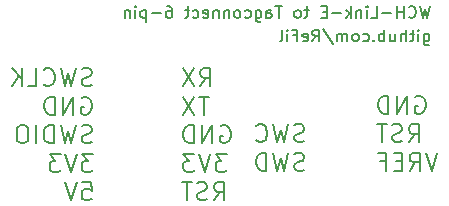
<source format=gbr>
%TF.GenerationSoftware,KiCad,Pcbnew,8.0.5-8.0.5-0~ubuntu20.04.1*%
%TF.CreationDate,2025-01-24T13:48:23+00:00*%
%TF.ProjectId,wchlinke-tagconnect,7763686c-696e-46b6-952d-746167636f6e,rev?*%
%TF.SameCoordinates,Original*%
%TF.FileFunction,Legend,Bot*%
%TF.FilePolarity,Positive*%
%FSLAX46Y46*%
G04 Gerber Fmt 4.6, Leading zero omitted, Abs format (unit mm)*
G04 Created by KiCad (PCBNEW 8.0.5-8.0.5-0~ubuntu20.04.1) date 2025-01-24 13:48:23*
%MOMM*%
%LPD*%
G01*
G04 APERTURE LIST*
%ADD10C,0.150000*%
G04 APERTURE END LIST*
D10*
X41812969Y-35648964D02*
X42312969Y-34934678D01*
X42670112Y-35648964D02*
X42670112Y-34148964D01*
X42670112Y-34148964D02*
X42098683Y-34148964D01*
X42098683Y-34148964D02*
X41955826Y-34220393D01*
X41955826Y-34220393D02*
X41884397Y-34291821D01*
X41884397Y-34291821D02*
X41812969Y-34434678D01*
X41812969Y-34434678D02*
X41812969Y-34648964D01*
X41812969Y-34648964D02*
X41884397Y-34791821D01*
X41884397Y-34791821D02*
X41955826Y-34863250D01*
X41955826Y-34863250D02*
X42098683Y-34934678D01*
X42098683Y-34934678D02*
X42670112Y-34934678D01*
X41312969Y-34148964D02*
X40312969Y-35648964D01*
X40312969Y-34148964D02*
X41312969Y-35648964D01*
X42527254Y-36563880D02*
X41670112Y-36563880D01*
X42098683Y-38063880D02*
X42098683Y-36563880D01*
X41312969Y-36563880D02*
X40312969Y-38063880D01*
X40312969Y-36563880D02*
X41312969Y-38063880D01*
X43527255Y-39050225D02*
X43670113Y-38978796D01*
X43670113Y-38978796D02*
X43884398Y-38978796D01*
X43884398Y-38978796D02*
X44098684Y-39050225D01*
X44098684Y-39050225D02*
X44241541Y-39193082D01*
X44241541Y-39193082D02*
X44312970Y-39335939D01*
X44312970Y-39335939D02*
X44384398Y-39621653D01*
X44384398Y-39621653D02*
X44384398Y-39835939D01*
X44384398Y-39835939D02*
X44312970Y-40121653D01*
X44312970Y-40121653D02*
X44241541Y-40264510D01*
X44241541Y-40264510D02*
X44098684Y-40407368D01*
X44098684Y-40407368D02*
X43884398Y-40478796D01*
X43884398Y-40478796D02*
X43741541Y-40478796D01*
X43741541Y-40478796D02*
X43527255Y-40407368D01*
X43527255Y-40407368D02*
X43455827Y-40335939D01*
X43455827Y-40335939D02*
X43455827Y-39835939D01*
X43455827Y-39835939D02*
X43741541Y-39835939D01*
X42812970Y-40478796D02*
X42812970Y-38978796D01*
X42812970Y-38978796D02*
X41955827Y-40478796D01*
X41955827Y-40478796D02*
X41955827Y-38978796D01*
X41241541Y-40478796D02*
X41241541Y-38978796D01*
X41241541Y-38978796D02*
X40884398Y-38978796D01*
X40884398Y-38978796D02*
X40670112Y-39050225D01*
X40670112Y-39050225D02*
X40527255Y-39193082D01*
X40527255Y-39193082D02*
X40455826Y-39335939D01*
X40455826Y-39335939D02*
X40384398Y-39621653D01*
X40384398Y-39621653D02*
X40384398Y-39835939D01*
X40384398Y-39835939D02*
X40455826Y-40121653D01*
X40455826Y-40121653D02*
X40527255Y-40264510D01*
X40527255Y-40264510D02*
X40670112Y-40407368D01*
X40670112Y-40407368D02*
X40884398Y-40478796D01*
X40884398Y-40478796D02*
X41241541Y-40478796D01*
X44027254Y-41393712D02*
X43098682Y-41393712D01*
X43098682Y-41393712D02*
X43598682Y-41965141D01*
X43598682Y-41965141D02*
X43384397Y-41965141D01*
X43384397Y-41965141D02*
X43241540Y-42036569D01*
X43241540Y-42036569D02*
X43170111Y-42107998D01*
X43170111Y-42107998D02*
X43098682Y-42250855D01*
X43098682Y-42250855D02*
X43098682Y-42607998D01*
X43098682Y-42607998D02*
X43170111Y-42750855D01*
X43170111Y-42750855D02*
X43241540Y-42822284D01*
X43241540Y-42822284D02*
X43384397Y-42893712D01*
X43384397Y-42893712D02*
X43812968Y-42893712D01*
X43812968Y-42893712D02*
X43955825Y-42822284D01*
X43955825Y-42822284D02*
X44027254Y-42750855D01*
X42670111Y-41393712D02*
X42170111Y-42893712D01*
X42170111Y-42893712D02*
X41670111Y-41393712D01*
X41312969Y-41393712D02*
X40384397Y-41393712D01*
X40384397Y-41393712D02*
X40884397Y-41965141D01*
X40884397Y-41965141D02*
X40670112Y-41965141D01*
X40670112Y-41965141D02*
X40527255Y-42036569D01*
X40527255Y-42036569D02*
X40455826Y-42107998D01*
X40455826Y-42107998D02*
X40384397Y-42250855D01*
X40384397Y-42250855D02*
X40384397Y-42607998D01*
X40384397Y-42607998D02*
X40455826Y-42750855D01*
X40455826Y-42750855D02*
X40527255Y-42822284D01*
X40527255Y-42822284D02*
X40670112Y-42893712D01*
X40670112Y-42893712D02*
X41098683Y-42893712D01*
X41098683Y-42893712D02*
X41241540Y-42822284D01*
X41241540Y-42822284D02*
X41312969Y-42750855D01*
X42955826Y-45308628D02*
X43455826Y-44594342D01*
X43812969Y-45308628D02*
X43812969Y-43808628D01*
X43812969Y-43808628D02*
X43241540Y-43808628D01*
X43241540Y-43808628D02*
X43098683Y-43880057D01*
X43098683Y-43880057D02*
X43027254Y-43951485D01*
X43027254Y-43951485D02*
X42955826Y-44094342D01*
X42955826Y-44094342D02*
X42955826Y-44308628D01*
X42955826Y-44308628D02*
X43027254Y-44451485D01*
X43027254Y-44451485D02*
X43098683Y-44522914D01*
X43098683Y-44522914D02*
X43241540Y-44594342D01*
X43241540Y-44594342D02*
X43812969Y-44594342D01*
X42384397Y-45237200D02*
X42170112Y-45308628D01*
X42170112Y-45308628D02*
X41812969Y-45308628D01*
X41812969Y-45308628D02*
X41670112Y-45237200D01*
X41670112Y-45237200D02*
X41598683Y-45165771D01*
X41598683Y-45165771D02*
X41527254Y-45022914D01*
X41527254Y-45022914D02*
X41527254Y-44880057D01*
X41527254Y-44880057D02*
X41598683Y-44737200D01*
X41598683Y-44737200D02*
X41670112Y-44665771D01*
X41670112Y-44665771D02*
X41812969Y-44594342D01*
X41812969Y-44594342D02*
X42098683Y-44522914D01*
X42098683Y-44522914D02*
X42241540Y-44451485D01*
X42241540Y-44451485D02*
X42312969Y-44380057D01*
X42312969Y-44380057D02*
X42384397Y-44237200D01*
X42384397Y-44237200D02*
X42384397Y-44094342D01*
X42384397Y-44094342D02*
X42312969Y-43951485D01*
X42312969Y-43951485D02*
X42241540Y-43880057D01*
X42241540Y-43880057D02*
X42098683Y-43808628D01*
X42098683Y-43808628D02*
X41741540Y-43808628D01*
X41741540Y-43808628D02*
X41527254Y-43880057D01*
X41098683Y-43808628D02*
X40241541Y-43808628D01*
X40670112Y-45308628D02*
X40670112Y-43808628D01*
X60734649Y-31203152D02*
X60734649Y-32012676D01*
X60734649Y-32012676D02*
X60782268Y-32107914D01*
X60782268Y-32107914D02*
X60829887Y-32155533D01*
X60829887Y-32155533D02*
X60925125Y-32203152D01*
X60925125Y-32203152D02*
X61067982Y-32203152D01*
X61067982Y-32203152D02*
X61163220Y-32155533D01*
X60734649Y-31822200D02*
X60829887Y-31869819D01*
X60829887Y-31869819D02*
X61020363Y-31869819D01*
X61020363Y-31869819D02*
X61115601Y-31822200D01*
X61115601Y-31822200D02*
X61163220Y-31774580D01*
X61163220Y-31774580D02*
X61210839Y-31679342D01*
X61210839Y-31679342D02*
X61210839Y-31393628D01*
X61210839Y-31393628D02*
X61163220Y-31298390D01*
X61163220Y-31298390D02*
X61115601Y-31250771D01*
X61115601Y-31250771D02*
X61020363Y-31203152D01*
X61020363Y-31203152D02*
X60829887Y-31203152D01*
X60829887Y-31203152D02*
X60734649Y-31250771D01*
X60258458Y-31869819D02*
X60258458Y-31203152D01*
X60258458Y-30869819D02*
X60306077Y-30917438D01*
X60306077Y-30917438D02*
X60258458Y-30965057D01*
X60258458Y-30965057D02*
X60210839Y-30917438D01*
X60210839Y-30917438D02*
X60258458Y-30869819D01*
X60258458Y-30869819D02*
X60258458Y-30965057D01*
X59925125Y-31203152D02*
X59544173Y-31203152D01*
X59782268Y-30869819D02*
X59782268Y-31726961D01*
X59782268Y-31726961D02*
X59734649Y-31822200D01*
X59734649Y-31822200D02*
X59639411Y-31869819D01*
X59639411Y-31869819D02*
X59544173Y-31869819D01*
X59210839Y-31869819D02*
X59210839Y-30869819D01*
X58782268Y-31869819D02*
X58782268Y-31346009D01*
X58782268Y-31346009D02*
X58829887Y-31250771D01*
X58829887Y-31250771D02*
X58925125Y-31203152D01*
X58925125Y-31203152D02*
X59067982Y-31203152D01*
X59067982Y-31203152D02*
X59163220Y-31250771D01*
X59163220Y-31250771D02*
X59210839Y-31298390D01*
X57877506Y-31203152D02*
X57877506Y-31869819D01*
X58306077Y-31203152D02*
X58306077Y-31726961D01*
X58306077Y-31726961D02*
X58258458Y-31822200D01*
X58258458Y-31822200D02*
X58163220Y-31869819D01*
X58163220Y-31869819D02*
X58020363Y-31869819D01*
X58020363Y-31869819D02*
X57925125Y-31822200D01*
X57925125Y-31822200D02*
X57877506Y-31774580D01*
X57401315Y-31869819D02*
X57401315Y-30869819D01*
X57401315Y-31250771D02*
X57306077Y-31203152D01*
X57306077Y-31203152D02*
X57115601Y-31203152D01*
X57115601Y-31203152D02*
X57020363Y-31250771D01*
X57020363Y-31250771D02*
X56972744Y-31298390D01*
X56972744Y-31298390D02*
X56925125Y-31393628D01*
X56925125Y-31393628D02*
X56925125Y-31679342D01*
X56925125Y-31679342D02*
X56972744Y-31774580D01*
X56972744Y-31774580D02*
X57020363Y-31822200D01*
X57020363Y-31822200D02*
X57115601Y-31869819D01*
X57115601Y-31869819D02*
X57306077Y-31869819D01*
X57306077Y-31869819D02*
X57401315Y-31822200D01*
X56496553Y-31774580D02*
X56448934Y-31822200D01*
X56448934Y-31822200D02*
X56496553Y-31869819D01*
X56496553Y-31869819D02*
X56544172Y-31822200D01*
X56544172Y-31822200D02*
X56496553Y-31774580D01*
X56496553Y-31774580D02*
X56496553Y-31869819D01*
X55591792Y-31822200D02*
X55687030Y-31869819D01*
X55687030Y-31869819D02*
X55877506Y-31869819D01*
X55877506Y-31869819D02*
X55972744Y-31822200D01*
X55972744Y-31822200D02*
X56020363Y-31774580D01*
X56020363Y-31774580D02*
X56067982Y-31679342D01*
X56067982Y-31679342D02*
X56067982Y-31393628D01*
X56067982Y-31393628D02*
X56020363Y-31298390D01*
X56020363Y-31298390D02*
X55972744Y-31250771D01*
X55972744Y-31250771D02*
X55877506Y-31203152D01*
X55877506Y-31203152D02*
X55687030Y-31203152D01*
X55687030Y-31203152D02*
X55591792Y-31250771D01*
X55020363Y-31869819D02*
X55115601Y-31822200D01*
X55115601Y-31822200D02*
X55163220Y-31774580D01*
X55163220Y-31774580D02*
X55210839Y-31679342D01*
X55210839Y-31679342D02*
X55210839Y-31393628D01*
X55210839Y-31393628D02*
X55163220Y-31298390D01*
X55163220Y-31298390D02*
X55115601Y-31250771D01*
X55115601Y-31250771D02*
X55020363Y-31203152D01*
X55020363Y-31203152D02*
X54877506Y-31203152D01*
X54877506Y-31203152D02*
X54782268Y-31250771D01*
X54782268Y-31250771D02*
X54734649Y-31298390D01*
X54734649Y-31298390D02*
X54687030Y-31393628D01*
X54687030Y-31393628D02*
X54687030Y-31679342D01*
X54687030Y-31679342D02*
X54734649Y-31774580D01*
X54734649Y-31774580D02*
X54782268Y-31822200D01*
X54782268Y-31822200D02*
X54877506Y-31869819D01*
X54877506Y-31869819D02*
X55020363Y-31869819D01*
X54258458Y-31869819D02*
X54258458Y-31203152D01*
X54258458Y-31298390D02*
X54210839Y-31250771D01*
X54210839Y-31250771D02*
X54115601Y-31203152D01*
X54115601Y-31203152D02*
X53972744Y-31203152D01*
X53972744Y-31203152D02*
X53877506Y-31250771D01*
X53877506Y-31250771D02*
X53829887Y-31346009D01*
X53829887Y-31346009D02*
X53829887Y-31869819D01*
X53829887Y-31346009D02*
X53782268Y-31250771D01*
X53782268Y-31250771D02*
X53687030Y-31203152D01*
X53687030Y-31203152D02*
X53544173Y-31203152D01*
X53544173Y-31203152D02*
X53448934Y-31250771D01*
X53448934Y-31250771D02*
X53401315Y-31346009D01*
X53401315Y-31346009D02*
X53401315Y-31869819D01*
X52210840Y-30822200D02*
X53067982Y-32107914D01*
X51306078Y-31869819D02*
X51639411Y-31393628D01*
X51877506Y-31869819D02*
X51877506Y-30869819D01*
X51877506Y-30869819D02*
X51496554Y-30869819D01*
X51496554Y-30869819D02*
X51401316Y-30917438D01*
X51401316Y-30917438D02*
X51353697Y-30965057D01*
X51353697Y-30965057D02*
X51306078Y-31060295D01*
X51306078Y-31060295D02*
X51306078Y-31203152D01*
X51306078Y-31203152D02*
X51353697Y-31298390D01*
X51353697Y-31298390D02*
X51401316Y-31346009D01*
X51401316Y-31346009D02*
X51496554Y-31393628D01*
X51496554Y-31393628D02*
X51877506Y-31393628D01*
X50496554Y-31822200D02*
X50591792Y-31869819D01*
X50591792Y-31869819D02*
X50782268Y-31869819D01*
X50782268Y-31869819D02*
X50877506Y-31822200D01*
X50877506Y-31822200D02*
X50925125Y-31726961D01*
X50925125Y-31726961D02*
X50925125Y-31346009D01*
X50925125Y-31346009D02*
X50877506Y-31250771D01*
X50877506Y-31250771D02*
X50782268Y-31203152D01*
X50782268Y-31203152D02*
X50591792Y-31203152D01*
X50591792Y-31203152D02*
X50496554Y-31250771D01*
X50496554Y-31250771D02*
X50448935Y-31346009D01*
X50448935Y-31346009D02*
X50448935Y-31441247D01*
X50448935Y-31441247D02*
X50925125Y-31536485D01*
X49687030Y-31346009D02*
X50020363Y-31346009D01*
X50020363Y-31869819D02*
X50020363Y-30869819D01*
X50020363Y-30869819D02*
X49544173Y-30869819D01*
X49163220Y-31869819D02*
X49163220Y-31203152D01*
X49163220Y-30869819D02*
X49210839Y-30917438D01*
X49210839Y-30917438D02*
X49163220Y-30965057D01*
X49163220Y-30965057D02*
X49115601Y-30917438D01*
X49115601Y-30917438D02*
X49163220Y-30869819D01*
X49163220Y-30869819D02*
X49163220Y-30965057D01*
X48544173Y-31869819D02*
X48639411Y-31822200D01*
X48639411Y-31822200D02*
X48687030Y-31726961D01*
X48687030Y-31726961D02*
X48687030Y-30869819D01*
X61258458Y-28869819D02*
X61020363Y-29869819D01*
X61020363Y-29869819D02*
X60829887Y-29155533D01*
X60829887Y-29155533D02*
X60639411Y-29869819D01*
X60639411Y-29869819D02*
X60401316Y-28869819D01*
X59448935Y-29774580D02*
X59496554Y-29822200D01*
X59496554Y-29822200D02*
X59639411Y-29869819D01*
X59639411Y-29869819D02*
X59734649Y-29869819D01*
X59734649Y-29869819D02*
X59877506Y-29822200D01*
X59877506Y-29822200D02*
X59972744Y-29726961D01*
X59972744Y-29726961D02*
X60020363Y-29631723D01*
X60020363Y-29631723D02*
X60067982Y-29441247D01*
X60067982Y-29441247D02*
X60067982Y-29298390D01*
X60067982Y-29298390D02*
X60020363Y-29107914D01*
X60020363Y-29107914D02*
X59972744Y-29012676D01*
X59972744Y-29012676D02*
X59877506Y-28917438D01*
X59877506Y-28917438D02*
X59734649Y-28869819D01*
X59734649Y-28869819D02*
X59639411Y-28869819D01*
X59639411Y-28869819D02*
X59496554Y-28917438D01*
X59496554Y-28917438D02*
X59448935Y-28965057D01*
X59020363Y-29869819D02*
X59020363Y-28869819D01*
X59020363Y-29346009D02*
X58448935Y-29346009D01*
X58448935Y-29869819D02*
X58448935Y-28869819D01*
X57972744Y-29488866D02*
X57210840Y-29488866D01*
X56258459Y-29869819D02*
X56734649Y-29869819D01*
X56734649Y-29869819D02*
X56734649Y-28869819D01*
X55925125Y-29869819D02*
X55925125Y-29203152D01*
X55925125Y-28869819D02*
X55972744Y-28917438D01*
X55972744Y-28917438D02*
X55925125Y-28965057D01*
X55925125Y-28965057D02*
X55877506Y-28917438D01*
X55877506Y-28917438D02*
X55925125Y-28869819D01*
X55925125Y-28869819D02*
X55925125Y-28965057D01*
X55448935Y-29203152D02*
X55448935Y-29869819D01*
X55448935Y-29298390D02*
X55401316Y-29250771D01*
X55401316Y-29250771D02*
X55306078Y-29203152D01*
X55306078Y-29203152D02*
X55163221Y-29203152D01*
X55163221Y-29203152D02*
X55067983Y-29250771D01*
X55067983Y-29250771D02*
X55020364Y-29346009D01*
X55020364Y-29346009D02*
X55020364Y-29869819D01*
X54544173Y-29869819D02*
X54544173Y-28869819D01*
X54448935Y-29488866D02*
X54163221Y-29869819D01*
X54163221Y-29203152D02*
X54544173Y-29584104D01*
X53734649Y-29488866D02*
X52972745Y-29488866D01*
X52496554Y-29346009D02*
X52163221Y-29346009D01*
X52020364Y-29869819D02*
X52496554Y-29869819D01*
X52496554Y-29869819D02*
X52496554Y-28869819D01*
X52496554Y-28869819D02*
X52020364Y-28869819D01*
X50972744Y-29203152D02*
X50591792Y-29203152D01*
X50829887Y-28869819D02*
X50829887Y-29726961D01*
X50829887Y-29726961D02*
X50782268Y-29822200D01*
X50782268Y-29822200D02*
X50687030Y-29869819D01*
X50687030Y-29869819D02*
X50591792Y-29869819D01*
X50115601Y-29869819D02*
X50210839Y-29822200D01*
X50210839Y-29822200D02*
X50258458Y-29774580D01*
X50258458Y-29774580D02*
X50306077Y-29679342D01*
X50306077Y-29679342D02*
X50306077Y-29393628D01*
X50306077Y-29393628D02*
X50258458Y-29298390D01*
X50258458Y-29298390D02*
X50210839Y-29250771D01*
X50210839Y-29250771D02*
X50115601Y-29203152D01*
X50115601Y-29203152D02*
X49972744Y-29203152D01*
X49972744Y-29203152D02*
X49877506Y-29250771D01*
X49877506Y-29250771D02*
X49829887Y-29298390D01*
X49829887Y-29298390D02*
X49782268Y-29393628D01*
X49782268Y-29393628D02*
X49782268Y-29679342D01*
X49782268Y-29679342D02*
X49829887Y-29774580D01*
X49829887Y-29774580D02*
X49877506Y-29822200D01*
X49877506Y-29822200D02*
X49972744Y-29869819D01*
X49972744Y-29869819D02*
X50115601Y-29869819D01*
X48734648Y-28869819D02*
X48163220Y-28869819D01*
X48448934Y-29869819D02*
X48448934Y-28869819D01*
X47401315Y-29869819D02*
X47401315Y-29346009D01*
X47401315Y-29346009D02*
X47448934Y-29250771D01*
X47448934Y-29250771D02*
X47544172Y-29203152D01*
X47544172Y-29203152D02*
X47734648Y-29203152D01*
X47734648Y-29203152D02*
X47829886Y-29250771D01*
X47401315Y-29822200D02*
X47496553Y-29869819D01*
X47496553Y-29869819D02*
X47734648Y-29869819D01*
X47734648Y-29869819D02*
X47829886Y-29822200D01*
X47829886Y-29822200D02*
X47877505Y-29726961D01*
X47877505Y-29726961D02*
X47877505Y-29631723D01*
X47877505Y-29631723D02*
X47829886Y-29536485D01*
X47829886Y-29536485D02*
X47734648Y-29488866D01*
X47734648Y-29488866D02*
X47496553Y-29488866D01*
X47496553Y-29488866D02*
X47401315Y-29441247D01*
X46496553Y-29203152D02*
X46496553Y-30012676D01*
X46496553Y-30012676D02*
X46544172Y-30107914D01*
X46544172Y-30107914D02*
X46591791Y-30155533D01*
X46591791Y-30155533D02*
X46687029Y-30203152D01*
X46687029Y-30203152D02*
X46829886Y-30203152D01*
X46829886Y-30203152D02*
X46925124Y-30155533D01*
X46496553Y-29822200D02*
X46591791Y-29869819D01*
X46591791Y-29869819D02*
X46782267Y-29869819D01*
X46782267Y-29869819D02*
X46877505Y-29822200D01*
X46877505Y-29822200D02*
X46925124Y-29774580D01*
X46925124Y-29774580D02*
X46972743Y-29679342D01*
X46972743Y-29679342D02*
X46972743Y-29393628D01*
X46972743Y-29393628D02*
X46925124Y-29298390D01*
X46925124Y-29298390D02*
X46877505Y-29250771D01*
X46877505Y-29250771D02*
X46782267Y-29203152D01*
X46782267Y-29203152D02*
X46591791Y-29203152D01*
X46591791Y-29203152D02*
X46496553Y-29250771D01*
X45591791Y-29822200D02*
X45687029Y-29869819D01*
X45687029Y-29869819D02*
X45877505Y-29869819D01*
X45877505Y-29869819D02*
X45972743Y-29822200D01*
X45972743Y-29822200D02*
X46020362Y-29774580D01*
X46020362Y-29774580D02*
X46067981Y-29679342D01*
X46067981Y-29679342D02*
X46067981Y-29393628D01*
X46067981Y-29393628D02*
X46020362Y-29298390D01*
X46020362Y-29298390D02*
X45972743Y-29250771D01*
X45972743Y-29250771D02*
X45877505Y-29203152D01*
X45877505Y-29203152D02*
X45687029Y-29203152D01*
X45687029Y-29203152D02*
X45591791Y-29250771D01*
X45020362Y-29869819D02*
X45115600Y-29822200D01*
X45115600Y-29822200D02*
X45163219Y-29774580D01*
X45163219Y-29774580D02*
X45210838Y-29679342D01*
X45210838Y-29679342D02*
X45210838Y-29393628D01*
X45210838Y-29393628D02*
X45163219Y-29298390D01*
X45163219Y-29298390D02*
X45115600Y-29250771D01*
X45115600Y-29250771D02*
X45020362Y-29203152D01*
X45020362Y-29203152D02*
X44877505Y-29203152D01*
X44877505Y-29203152D02*
X44782267Y-29250771D01*
X44782267Y-29250771D02*
X44734648Y-29298390D01*
X44734648Y-29298390D02*
X44687029Y-29393628D01*
X44687029Y-29393628D02*
X44687029Y-29679342D01*
X44687029Y-29679342D02*
X44734648Y-29774580D01*
X44734648Y-29774580D02*
X44782267Y-29822200D01*
X44782267Y-29822200D02*
X44877505Y-29869819D01*
X44877505Y-29869819D02*
X45020362Y-29869819D01*
X44258457Y-29203152D02*
X44258457Y-29869819D01*
X44258457Y-29298390D02*
X44210838Y-29250771D01*
X44210838Y-29250771D02*
X44115600Y-29203152D01*
X44115600Y-29203152D02*
X43972743Y-29203152D01*
X43972743Y-29203152D02*
X43877505Y-29250771D01*
X43877505Y-29250771D02*
X43829886Y-29346009D01*
X43829886Y-29346009D02*
X43829886Y-29869819D01*
X43353695Y-29203152D02*
X43353695Y-29869819D01*
X43353695Y-29298390D02*
X43306076Y-29250771D01*
X43306076Y-29250771D02*
X43210838Y-29203152D01*
X43210838Y-29203152D02*
X43067981Y-29203152D01*
X43067981Y-29203152D02*
X42972743Y-29250771D01*
X42972743Y-29250771D02*
X42925124Y-29346009D01*
X42925124Y-29346009D02*
X42925124Y-29869819D01*
X42067981Y-29822200D02*
X42163219Y-29869819D01*
X42163219Y-29869819D02*
X42353695Y-29869819D01*
X42353695Y-29869819D02*
X42448933Y-29822200D01*
X42448933Y-29822200D02*
X42496552Y-29726961D01*
X42496552Y-29726961D02*
X42496552Y-29346009D01*
X42496552Y-29346009D02*
X42448933Y-29250771D01*
X42448933Y-29250771D02*
X42353695Y-29203152D01*
X42353695Y-29203152D02*
X42163219Y-29203152D01*
X42163219Y-29203152D02*
X42067981Y-29250771D01*
X42067981Y-29250771D02*
X42020362Y-29346009D01*
X42020362Y-29346009D02*
X42020362Y-29441247D01*
X42020362Y-29441247D02*
X42496552Y-29536485D01*
X41163219Y-29822200D02*
X41258457Y-29869819D01*
X41258457Y-29869819D02*
X41448933Y-29869819D01*
X41448933Y-29869819D02*
X41544171Y-29822200D01*
X41544171Y-29822200D02*
X41591790Y-29774580D01*
X41591790Y-29774580D02*
X41639409Y-29679342D01*
X41639409Y-29679342D02*
X41639409Y-29393628D01*
X41639409Y-29393628D02*
X41591790Y-29298390D01*
X41591790Y-29298390D02*
X41544171Y-29250771D01*
X41544171Y-29250771D02*
X41448933Y-29203152D01*
X41448933Y-29203152D02*
X41258457Y-29203152D01*
X41258457Y-29203152D02*
X41163219Y-29250771D01*
X40877504Y-29203152D02*
X40496552Y-29203152D01*
X40734647Y-28869819D02*
X40734647Y-29726961D01*
X40734647Y-29726961D02*
X40687028Y-29822200D01*
X40687028Y-29822200D02*
X40591790Y-29869819D01*
X40591790Y-29869819D02*
X40496552Y-29869819D01*
X38972742Y-28869819D02*
X39163218Y-28869819D01*
X39163218Y-28869819D02*
X39258456Y-28917438D01*
X39258456Y-28917438D02*
X39306075Y-28965057D01*
X39306075Y-28965057D02*
X39401313Y-29107914D01*
X39401313Y-29107914D02*
X39448932Y-29298390D01*
X39448932Y-29298390D02*
X39448932Y-29679342D01*
X39448932Y-29679342D02*
X39401313Y-29774580D01*
X39401313Y-29774580D02*
X39353694Y-29822200D01*
X39353694Y-29822200D02*
X39258456Y-29869819D01*
X39258456Y-29869819D02*
X39067980Y-29869819D01*
X39067980Y-29869819D02*
X38972742Y-29822200D01*
X38972742Y-29822200D02*
X38925123Y-29774580D01*
X38925123Y-29774580D02*
X38877504Y-29679342D01*
X38877504Y-29679342D02*
X38877504Y-29441247D01*
X38877504Y-29441247D02*
X38925123Y-29346009D01*
X38925123Y-29346009D02*
X38972742Y-29298390D01*
X38972742Y-29298390D02*
X39067980Y-29250771D01*
X39067980Y-29250771D02*
X39258456Y-29250771D01*
X39258456Y-29250771D02*
X39353694Y-29298390D01*
X39353694Y-29298390D02*
X39401313Y-29346009D01*
X39401313Y-29346009D02*
X39448932Y-29441247D01*
X38448932Y-29488866D02*
X37687028Y-29488866D01*
X37210837Y-29203152D02*
X37210837Y-30203152D01*
X37210837Y-29250771D02*
X37115599Y-29203152D01*
X37115599Y-29203152D02*
X36925123Y-29203152D01*
X36925123Y-29203152D02*
X36829885Y-29250771D01*
X36829885Y-29250771D02*
X36782266Y-29298390D01*
X36782266Y-29298390D02*
X36734647Y-29393628D01*
X36734647Y-29393628D02*
X36734647Y-29679342D01*
X36734647Y-29679342D02*
X36782266Y-29774580D01*
X36782266Y-29774580D02*
X36829885Y-29822200D01*
X36829885Y-29822200D02*
X36925123Y-29869819D01*
X36925123Y-29869819D02*
X37115599Y-29869819D01*
X37115599Y-29869819D02*
X37210837Y-29822200D01*
X36306075Y-29869819D02*
X36306075Y-29203152D01*
X36306075Y-28869819D02*
X36353694Y-28917438D01*
X36353694Y-28917438D02*
X36306075Y-28965057D01*
X36306075Y-28965057D02*
X36258456Y-28917438D01*
X36258456Y-28917438D02*
X36306075Y-28869819D01*
X36306075Y-28869819D02*
X36306075Y-28965057D01*
X35829885Y-29203152D02*
X35829885Y-29869819D01*
X35829885Y-29298390D02*
X35782266Y-29250771D01*
X35782266Y-29250771D02*
X35687028Y-29203152D01*
X35687028Y-29203152D02*
X35544171Y-29203152D01*
X35544171Y-29203152D02*
X35448933Y-29250771D01*
X35448933Y-29250771D02*
X35401314Y-29346009D01*
X35401314Y-29346009D02*
X35401314Y-29869819D01*
X50615601Y-40322284D02*
X50401316Y-40393712D01*
X50401316Y-40393712D02*
X50044173Y-40393712D01*
X50044173Y-40393712D02*
X49901316Y-40322284D01*
X49901316Y-40322284D02*
X49829887Y-40250855D01*
X49829887Y-40250855D02*
X49758458Y-40107998D01*
X49758458Y-40107998D02*
X49758458Y-39965141D01*
X49758458Y-39965141D02*
X49829887Y-39822284D01*
X49829887Y-39822284D02*
X49901316Y-39750855D01*
X49901316Y-39750855D02*
X50044173Y-39679426D01*
X50044173Y-39679426D02*
X50329887Y-39607998D01*
X50329887Y-39607998D02*
X50472744Y-39536569D01*
X50472744Y-39536569D02*
X50544173Y-39465141D01*
X50544173Y-39465141D02*
X50615601Y-39322284D01*
X50615601Y-39322284D02*
X50615601Y-39179426D01*
X50615601Y-39179426D02*
X50544173Y-39036569D01*
X50544173Y-39036569D02*
X50472744Y-38965141D01*
X50472744Y-38965141D02*
X50329887Y-38893712D01*
X50329887Y-38893712D02*
X49972744Y-38893712D01*
X49972744Y-38893712D02*
X49758458Y-38965141D01*
X49258459Y-38893712D02*
X48901316Y-40393712D01*
X48901316Y-40393712D02*
X48615602Y-39322284D01*
X48615602Y-39322284D02*
X48329887Y-40393712D01*
X48329887Y-40393712D02*
X47972745Y-38893712D01*
X46544173Y-40250855D02*
X46615601Y-40322284D01*
X46615601Y-40322284D02*
X46829887Y-40393712D01*
X46829887Y-40393712D02*
X46972744Y-40393712D01*
X46972744Y-40393712D02*
X47187030Y-40322284D01*
X47187030Y-40322284D02*
X47329887Y-40179426D01*
X47329887Y-40179426D02*
X47401316Y-40036569D01*
X47401316Y-40036569D02*
X47472744Y-39750855D01*
X47472744Y-39750855D02*
X47472744Y-39536569D01*
X47472744Y-39536569D02*
X47401316Y-39250855D01*
X47401316Y-39250855D02*
X47329887Y-39107998D01*
X47329887Y-39107998D02*
X47187030Y-38965141D01*
X47187030Y-38965141D02*
X46972744Y-38893712D01*
X46972744Y-38893712D02*
X46829887Y-38893712D01*
X46829887Y-38893712D02*
X46615601Y-38965141D01*
X46615601Y-38965141D02*
X46544173Y-39036569D01*
X50615601Y-42737200D02*
X50401316Y-42808628D01*
X50401316Y-42808628D02*
X50044173Y-42808628D01*
X50044173Y-42808628D02*
X49901316Y-42737200D01*
X49901316Y-42737200D02*
X49829887Y-42665771D01*
X49829887Y-42665771D02*
X49758458Y-42522914D01*
X49758458Y-42522914D02*
X49758458Y-42380057D01*
X49758458Y-42380057D02*
X49829887Y-42237200D01*
X49829887Y-42237200D02*
X49901316Y-42165771D01*
X49901316Y-42165771D02*
X50044173Y-42094342D01*
X50044173Y-42094342D02*
X50329887Y-42022914D01*
X50329887Y-42022914D02*
X50472744Y-41951485D01*
X50472744Y-41951485D02*
X50544173Y-41880057D01*
X50544173Y-41880057D02*
X50615601Y-41737200D01*
X50615601Y-41737200D02*
X50615601Y-41594342D01*
X50615601Y-41594342D02*
X50544173Y-41451485D01*
X50544173Y-41451485D02*
X50472744Y-41380057D01*
X50472744Y-41380057D02*
X50329887Y-41308628D01*
X50329887Y-41308628D02*
X49972744Y-41308628D01*
X49972744Y-41308628D02*
X49758458Y-41380057D01*
X49258459Y-41308628D02*
X48901316Y-42808628D01*
X48901316Y-42808628D02*
X48615602Y-41737200D01*
X48615602Y-41737200D02*
X48329887Y-42808628D01*
X48329887Y-42808628D02*
X47972745Y-41308628D01*
X47401316Y-42808628D02*
X47401316Y-41308628D01*
X47401316Y-41308628D02*
X47044173Y-41308628D01*
X47044173Y-41308628D02*
X46829887Y-41380057D01*
X46829887Y-41380057D02*
X46687030Y-41522914D01*
X46687030Y-41522914D02*
X46615601Y-41665771D01*
X46615601Y-41665771D02*
X46544173Y-41951485D01*
X46544173Y-41951485D02*
X46544173Y-42165771D01*
X46544173Y-42165771D02*
X46615601Y-42451485D01*
X46615601Y-42451485D02*
X46687030Y-42594342D01*
X46687030Y-42594342D02*
X46829887Y-42737200D01*
X46829887Y-42737200D02*
X47044173Y-42808628D01*
X47044173Y-42808628D02*
X47401316Y-42808628D01*
X32615601Y-35577536D02*
X32401316Y-35648964D01*
X32401316Y-35648964D02*
X32044173Y-35648964D01*
X32044173Y-35648964D02*
X31901316Y-35577536D01*
X31901316Y-35577536D02*
X31829887Y-35506107D01*
X31829887Y-35506107D02*
X31758458Y-35363250D01*
X31758458Y-35363250D02*
X31758458Y-35220393D01*
X31758458Y-35220393D02*
X31829887Y-35077536D01*
X31829887Y-35077536D02*
X31901316Y-35006107D01*
X31901316Y-35006107D02*
X32044173Y-34934678D01*
X32044173Y-34934678D02*
X32329887Y-34863250D01*
X32329887Y-34863250D02*
X32472744Y-34791821D01*
X32472744Y-34791821D02*
X32544173Y-34720393D01*
X32544173Y-34720393D02*
X32615601Y-34577536D01*
X32615601Y-34577536D02*
X32615601Y-34434678D01*
X32615601Y-34434678D02*
X32544173Y-34291821D01*
X32544173Y-34291821D02*
X32472744Y-34220393D01*
X32472744Y-34220393D02*
X32329887Y-34148964D01*
X32329887Y-34148964D02*
X31972744Y-34148964D01*
X31972744Y-34148964D02*
X31758458Y-34220393D01*
X31258459Y-34148964D02*
X30901316Y-35648964D01*
X30901316Y-35648964D02*
X30615602Y-34577536D01*
X30615602Y-34577536D02*
X30329887Y-35648964D01*
X30329887Y-35648964D02*
X29972745Y-34148964D01*
X28544173Y-35506107D02*
X28615601Y-35577536D01*
X28615601Y-35577536D02*
X28829887Y-35648964D01*
X28829887Y-35648964D02*
X28972744Y-35648964D01*
X28972744Y-35648964D02*
X29187030Y-35577536D01*
X29187030Y-35577536D02*
X29329887Y-35434678D01*
X29329887Y-35434678D02*
X29401316Y-35291821D01*
X29401316Y-35291821D02*
X29472744Y-35006107D01*
X29472744Y-35006107D02*
X29472744Y-34791821D01*
X29472744Y-34791821D02*
X29401316Y-34506107D01*
X29401316Y-34506107D02*
X29329887Y-34363250D01*
X29329887Y-34363250D02*
X29187030Y-34220393D01*
X29187030Y-34220393D02*
X28972744Y-34148964D01*
X28972744Y-34148964D02*
X28829887Y-34148964D01*
X28829887Y-34148964D02*
X28615601Y-34220393D01*
X28615601Y-34220393D02*
X28544173Y-34291821D01*
X27187030Y-35648964D02*
X27901316Y-35648964D01*
X27901316Y-35648964D02*
X27901316Y-34148964D01*
X26687030Y-35648964D02*
X26687030Y-34148964D01*
X25829887Y-35648964D02*
X26472744Y-34791821D01*
X25829887Y-34148964D02*
X26687030Y-35006107D01*
X31758458Y-36635309D02*
X31901316Y-36563880D01*
X31901316Y-36563880D02*
X32115601Y-36563880D01*
X32115601Y-36563880D02*
X32329887Y-36635309D01*
X32329887Y-36635309D02*
X32472744Y-36778166D01*
X32472744Y-36778166D02*
X32544173Y-36921023D01*
X32544173Y-36921023D02*
X32615601Y-37206737D01*
X32615601Y-37206737D02*
X32615601Y-37421023D01*
X32615601Y-37421023D02*
X32544173Y-37706737D01*
X32544173Y-37706737D02*
X32472744Y-37849594D01*
X32472744Y-37849594D02*
X32329887Y-37992452D01*
X32329887Y-37992452D02*
X32115601Y-38063880D01*
X32115601Y-38063880D02*
X31972744Y-38063880D01*
X31972744Y-38063880D02*
X31758458Y-37992452D01*
X31758458Y-37992452D02*
X31687030Y-37921023D01*
X31687030Y-37921023D02*
X31687030Y-37421023D01*
X31687030Y-37421023D02*
X31972744Y-37421023D01*
X31044173Y-38063880D02*
X31044173Y-36563880D01*
X31044173Y-36563880D02*
X30187030Y-38063880D01*
X30187030Y-38063880D02*
X30187030Y-36563880D01*
X29472744Y-38063880D02*
X29472744Y-36563880D01*
X29472744Y-36563880D02*
X29115601Y-36563880D01*
X29115601Y-36563880D02*
X28901315Y-36635309D01*
X28901315Y-36635309D02*
X28758458Y-36778166D01*
X28758458Y-36778166D02*
X28687029Y-36921023D01*
X28687029Y-36921023D02*
X28615601Y-37206737D01*
X28615601Y-37206737D02*
X28615601Y-37421023D01*
X28615601Y-37421023D02*
X28687029Y-37706737D01*
X28687029Y-37706737D02*
X28758458Y-37849594D01*
X28758458Y-37849594D02*
X28901315Y-37992452D01*
X28901315Y-37992452D02*
X29115601Y-38063880D01*
X29115601Y-38063880D02*
X29472744Y-38063880D01*
X32615601Y-40407368D02*
X32401316Y-40478796D01*
X32401316Y-40478796D02*
X32044173Y-40478796D01*
X32044173Y-40478796D02*
X31901316Y-40407368D01*
X31901316Y-40407368D02*
X31829887Y-40335939D01*
X31829887Y-40335939D02*
X31758458Y-40193082D01*
X31758458Y-40193082D02*
X31758458Y-40050225D01*
X31758458Y-40050225D02*
X31829887Y-39907368D01*
X31829887Y-39907368D02*
X31901316Y-39835939D01*
X31901316Y-39835939D02*
X32044173Y-39764510D01*
X32044173Y-39764510D02*
X32329887Y-39693082D01*
X32329887Y-39693082D02*
X32472744Y-39621653D01*
X32472744Y-39621653D02*
X32544173Y-39550225D01*
X32544173Y-39550225D02*
X32615601Y-39407368D01*
X32615601Y-39407368D02*
X32615601Y-39264510D01*
X32615601Y-39264510D02*
X32544173Y-39121653D01*
X32544173Y-39121653D02*
X32472744Y-39050225D01*
X32472744Y-39050225D02*
X32329887Y-38978796D01*
X32329887Y-38978796D02*
X31972744Y-38978796D01*
X31972744Y-38978796D02*
X31758458Y-39050225D01*
X31258459Y-38978796D02*
X30901316Y-40478796D01*
X30901316Y-40478796D02*
X30615602Y-39407368D01*
X30615602Y-39407368D02*
X30329887Y-40478796D01*
X30329887Y-40478796D02*
X29972745Y-38978796D01*
X29401316Y-40478796D02*
X29401316Y-38978796D01*
X29401316Y-38978796D02*
X29044173Y-38978796D01*
X29044173Y-38978796D02*
X28829887Y-39050225D01*
X28829887Y-39050225D02*
X28687030Y-39193082D01*
X28687030Y-39193082D02*
X28615601Y-39335939D01*
X28615601Y-39335939D02*
X28544173Y-39621653D01*
X28544173Y-39621653D02*
X28544173Y-39835939D01*
X28544173Y-39835939D02*
X28615601Y-40121653D01*
X28615601Y-40121653D02*
X28687030Y-40264510D01*
X28687030Y-40264510D02*
X28829887Y-40407368D01*
X28829887Y-40407368D02*
X29044173Y-40478796D01*
X29044173Y-40478796D02*
X29401316Y-40478796D01*
X27901316Y-40478796D02*
X27901316Y-38978796D01*
X26901315Y-38978796D02*
X26615601Y-38978796D01*
X26615601Y-38978796D02*
X26472744Y-39050225D01*
X26472744Y-39050225D02*
X26329887Y-39193082D01*
X26329887Y-39193082D02*
X26258458Y-39478796D01*
X26258458Y-39478796D02*
X26258458Y-39978796D01*
X26258458Y-39978796D02*
X26329887Y-40264510D01*
X26329887Y-40264510D02*
X26472744Y-40407368D01*
X26472744Y-40407368D02*
X26615601Y-40478796D01*
X26615601Y-40478796D02*
X26901315Y-40478796D01*
X26901315Y-40478796D02*
X27044173Y-40407368D01*
X27044173Y-40407368D02*
X27187030Y-40264510D01*
X27187030Y-40264510D02*
X27258458Y-39978796D01*
X27258458Y-39978796D02*
X27258458Y-39478796D01*
X27258458Y-39478796D02*
X27187030Y-39193082D01*
X27187030Y-39193082D02*
X27044173Y-39050225D01*
X27044173Y-39050225D02*
X26901315Y-38978796D01*
X32687030Y-41393712D02*
X31758458Y-41393712D01*
X31758458Y-41393712D02*
X32258458Y-41965141D01*
X32258458Y-41965141D02*
X32044173Y-41965141D01*
X32044173Y-41965141D02*
X31901316Y-42036569D01*
X31901316Y-42036569D02*
X31829887Y-42107998D01*
X31829887Y-42107998D02*
X31758458Y-42250855D01*
X31758458Y-42250855D02*
X31758458Y-42607998D01*
X31758458Y-42607998D02*
X31829887Y-42750855D01*
X31829887Y-42750855D02*
X31901316Y-42822284D01*
X31901316Y-42822284D02*
X32044173Y-42893712D01*
X32044173Y-42893712D02*
X32472744Y-42893712D01*
X32472744Y-42893712D02*
X32615601Y-42822284D01*
X32615601Y-42822284D02*
X32687030Y-42750855D01*
X31329887Y-41393712D02*
X30829887Y-42893712D01*
X30829887Y-42893712D02*
X30329887Y-41393712D01*
X29972745Y-41393712D02*
X29044173Y-41393712D01*
X29044173Y-41393712D02*
X29544173Y-41965141D01*
X29544173Y-41965141D02*
X29329888Y-41965141D01*
X29329888Y-41965141D02*
X29187031Y-42036569D01*
X29187031Y-42036569D02*
X29115602Y-42107998D01*
X29115602Y-42107998D02*
X29044173Y-42250855D01*
X29044173Y-42250855D02*
X29044173Y-42607998D01*
X29044173Y-42607998D02*
X29115602Y-42750855D01*
X29115602Y-42750855D02*
X29187031Y-42822284D01*
X29187031Y-42822284D02*
X29329888Y-42893712D01*
X29329888Y-42893712D02*
X29758459Y-42893712D01*
X29758459Y-42893712D02*
X29901316Y-42822284D01*
X29901316Y-42822284D02*
X29972745Y-42750855D01*
X31829887Y-43808628D02*
X32544173Y-43808628D01*
X32544173Y-43808628D02*
X32615601Y-44522914D01*
X32615601Y-44522914D02*
X32544173Y-44451485D01*
X32544173Y-44451485D02*
X32401316Y-44380057D01*
X32401316Y-44380057D02*
X32044173Y-44380057D01*
X32044173Y-44380057D02*
X31901316Y-44451485D01*
X31901316Y-44451485D02*
X31829887Y-44522914D01*
X31829887Y-44522914D02*
X31758458Y-44665771D01*
X31758458Y-44665771D02*
X31758458Y-45022914D01*
X31758458Y-45022914D02*
X31829887Y-45165771D01*
X31829887Y-45165771D02*
X31901316Y-45237200D01*
X31901316Y-45237200D02*
X32044173Y-45308628D01*
X32044173Y-45308628D02*
X32401316Y-45308628D01*
X32401316Y-45308628D02*
X32544173Y-45237200D01*
X32544173Y-45237200D02*
X32615601Y-45165771D01*
X31329887Y-43808628D02*
X30829887Y-45308628D01*
X30829887Y-45308628D02*
X30329887Y-43808628D01*
X60027255Y-36550225D02*
X60170113Y-36478796D01*
X60170113Y-36478796D02*
X60384398Y-36478796D01*
X60384398Y-36478796D02*
X60598684Y-36550225D01*
X60598684Y-36550225D02*
X60741541Y-36693082D01*
X60741541Y-36693082D02*
X60812970Y-36835939D01*
X60812970Y-36835939D02*
X60884398Y-37121653D01*
X60884398Y-37121653D02*
X60884398Y-37335939D01*
X60884398Y-37335939D02*
X60812970Y-37621653D01*
X60812970Y-37621653D02*
X60741541Y-37764510D01*
X60741541Y-37764510D02*
X60598684Y-37907368D01*
X60598684Y-37907368D02*
X60384398Y-37978796D01*
X60384398Y-37978796D02*
X60241541Y-37978796D01*
X60241541Y-37978796D02*
X60027255Y-37907368D01*
X60027255Y-37907368D02*
X59955827Y-37835939D01*
X59955827Y-37835939D02*
X59955827Y-37335939D01*
X59955827Y-37335939D02*
X60241541Y-37335939D01*
X59312970Y-37978796D02*
X59312970Y-36478796D01*
X59312970Y-36478796D02*
X58455827Y-37978796D01*
X58455827Y-37978796D02*
X58455827Y-36478796D01*
X57741541Y-37978796D02*
X57741541Y-36478796D01*
X57741541Y-36478796D02*
X57384398Y-36478796D01*
X57384398Y-36478796D02*
X57170112Y-36550225D01*
X57170112Y-36550225D02*
X57027255Y-36693082D01*
X57027255Y-36693082D02*
X56955826Y-36835939D01*
X56955826Y-36835939D02*
X56884398Y-37121653D01*
X56884398Y-37121653D02*
X56884398Y-37335939D01*
X56884398Y-37335939D02*
X56955826Y-37621653D01*
X56955826Y-37621653D02*
X57027255Y-37764510D01*
X57027255Y-37764510D02*
X57170112Y-37907368D01*
X57170112Y-37907368D02*
X57384398Y-37978796D01*
X57384398Y-37978796D02*
X57741541Y-37978796D01*
X59455826Y-40393712D02*
X59955826Y-39679426D01*
X60312969Y-40393712D02*
X60312969Y-38893712D01*
X60312969Y-38893712D02*
X59741540Y-38893712D01*
X59741540Y-38893712D02*
X59598683Y-38965141D01*
X59598683Y-38965141D02*
X59527254Y-39036569D01*
X59527254Y-39036569D02*
X59455826Y-39179426D01*
X59455826Y-39179426D02*
X59455826Y-39393712D01*
X59455826Y-39393712D02*
X59527254Y-39536569D01*
X59527254Y-39536569D02*
X59598683Y-39607998D01*
X59598683Y-39607998D02*
X59741540Y-39679426D01*
X59741540Y-39679426D02*
X60312969Y-39679426D01*
X58884397Y-40322284D02*
X58670112Y-40393712D01*
X58670112Y-40393712D02*
X58312969Y-40393712D01*
X58312969Y-40393712D02*
X58170112Y-40322284D01*
X58170112Y-40322284D02*
X58098683Y-40250855D01*
X58098683Y-40250855D02*
X58027254Y-40107998D01*
X58027254Y-40107998D02*
X58027254Y-39965141D01*
X58027254Y-39965141D02*
X58098683Y-39822284D01*
X58098683Y-39822284D02*
X58170112Y-39750855D01*
X58170112Y-39750855D02*
X58312969Y-39679426D01*
X58312969Y-39679426D02*
X58598683Y-39607998D01*
X58598683Y-39607998D02*
X58741540Y-39536569D01*
X58741540Y-39536569D02*
X58812969Y-39465141D01*
X58812969Y-39465141D02*
X58884397Y-39322284D01*
X58884397Y-39322284D02*
X58884397Y-39179426D01*
X58884397Y-39179426D02*
X58812969Y-39036569D01*
X58812969Y-39036569D02*
X58741540Y-38965141D01*
X58741540Y-38965141D02*
X58598683Y-38893712D01*
X58598683Y-38893712D02*
X58241540Y-38893712D01*
X58241540Y-38893712D02*
X58027254Y-38965141D01*
X57598683Y-38893712D02*
X56741541Y-38893712D01*
X57170112Y-40393712D02*
X57170112Y-38893712D01*
X61884397Y-41308628D02*
X61384397Y-42808628D01*
X61384397Y-42808628D02*
X60884397Y-41308628D01*
X59527255Y-42808628D02*
X60027255Y-42094342D01*
X60384398Y-42808628D02*
X60384398Y-41308628D01*
X60384398Y-41308628D02*
X59812969Y-41308628D01*
X59812969Y-41308628D02*
X59670112Y-41380057D01*
X59670112Y-41380057D02*
X59598683Y-41451485D01*
X59598683Y-41451485D02*
X59527255Y-41594342D01*
X59527255Y-41594342D02*
X59527255Y-41808628D01*
X59527255Y-41808628D02*
X59598683Y-41951485D01*
X59598683Y-41951485D02*
X59670112Y-42022914D01*
X59670112Y-42022914D02*
X59812969Y-42094342D01*
X59812969Y-42094342D02*
X60384398Y-42094342D01*
X58884398Y-42022914D02*
X58384398Y-42022914D01*
X58170112Y-42808628D02*
X58884398Y-42808628D01*
X58884398Y-42808628D02*
X58884398Y-41308628D01*
X58884398Y-41308628D02*
X58170112Y-41308628D01*
X57027255Y-42022914D02*
X57527255Y-42022914D01*
X57527255Y-42808628D02*
X57527255Y-41308628D01*
X57527255Y-41308628D02*
X56812969Y-41308628D01*
M02*

</source>
